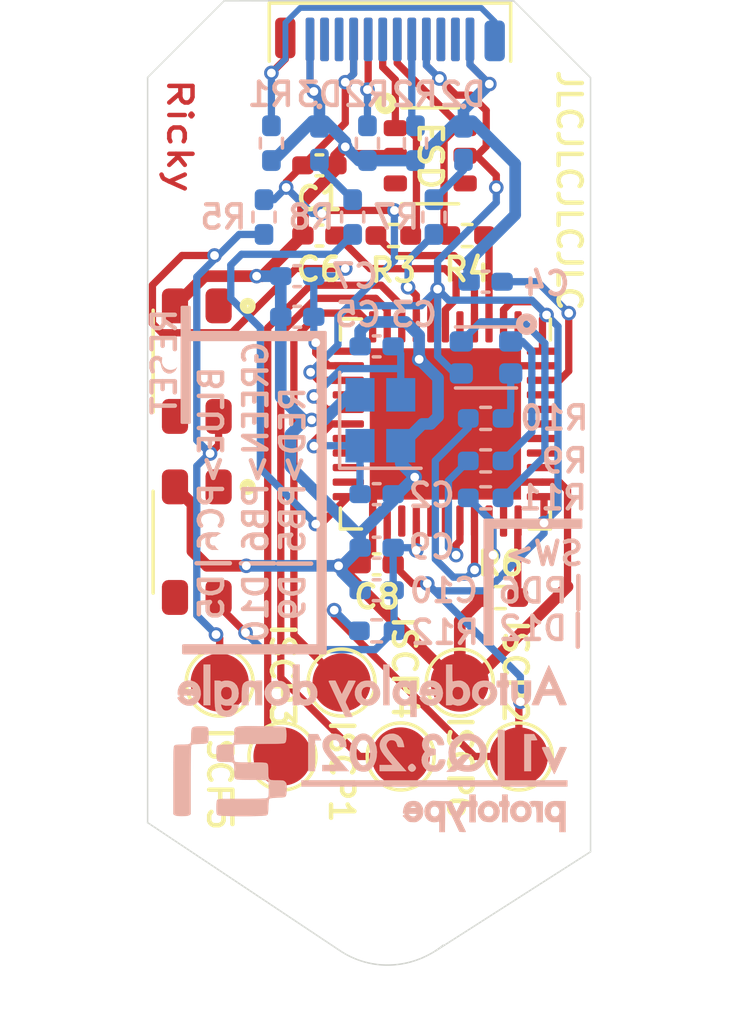
<source format=kicad_pcb>
(kicad_pcb (version 20211014) (generator pcbnew)
  (layers (0 "F.Cu" signal) (31 "B.Cu" signal) (34 "B.Paste" user) (35 "F.Paste" user) (36 "B.SilkS" user "B.Silkscreen") (37 "F.SilkS" user "F.Silkscreen") (38 "B.Mask" user) (39 "F.Mask" user) (44 "Edge.Cuts" user))
  (net 0 "")
  (net 1 "GND")
  (net 2 "VBUS")
  (net 3 "Net-(C2-Pad1)")
  (net 4 "Net-(C3-Pad1)")
  (net 5 "Net-(C4-Pad1)")
  (net 6 "RESET")
  (net 7 "Net-(C6-Pad1)")
  (net 9 "D-")
  (net 10 "D+")
  (net 11 "Net-(D2-Pad2)")
  (net 12 "Net-(D3-Pad2)")
  (net 13 "Net-(D4-Pad4)")
  (net 14 "Net-(D4-Pad2)")
  (net 15 "Net-(D4-Pad1)")
  (net 16 "MISO")
  (net 17 "SCK")
  (net 18 "MOSI")
  (net 19 "Net-(J1-PadB8)")
  (net 20 "Net-(J1-PadB6)")
  (net 21 "Net-(J1-PadB7)")
  (net 22 "Net-(J1-PadB5)")
  (net 23 "Net-(J1-PadA8)")
  (net 24 "Net-(J1-PadA5)")
  (net 25 "Net-(J1-PadS1)")
  (net 26 "Net-(R4-Pad1)")
  (net 27 "Net-(R7-Pad2)")
  (net 28 "Net-(R8-Pad2)")
  (net 29 "Net-(R9-Pad2)")
  (net 30 "Net-(R10-Pad2)")
  (net 31 "Net-(R11-Pad2)")
  (net 33 "Net-(C10-Pad2)")
  (net 34 "Net-(R3-Pad1)")
  (net 35 "Net-(R6-Pad2)")
  (footprint "Capacitor_SMD:C_0402_1005Metric_Pad0.74x0.62mm_HandSolder" (layer "F.Cu") (at 177.1904 84.0232)
    (fp_text reference "C1")
    (fp_text value "10uF")
  )
  (footprint "Capacitor_SMD:C_0402_1005Metric_Pad0.74x0.62mm_HandSolder" (layer "F.Cu") (at 177.1904 86.4362 180)
    (fp_text reference "C6")
    (fp_text value "1uF")
  )
  (footprint "Capacitor_SMD:C_0402_1005Metric_Pad0.74x0.62mm_HandSolder" (layer "F.Cu") (at 179.1589 97.7392 180)
    (fp_text reference "C8")
    (fp_text value "1uF")
  )
  (footprint "_chips:IP4220CZ6" (layer "F.Cu") (at 181.0004 83.6952)
    (fp_text reference "D1" hide)
    (fp_text value "IP4220CZ6")
  )
  (footprint "_kicad_selfmadeStandartFootprint:Pad_test" (layer "F.Cu") (at 177.9524 101.8032)
    (fp_text reference "ISCP1")
    (fp_text value "test_pad_circle2mm")
  )
  (footprint "_kicad_selfmadeStandartFootprint:Pad_test" (layer "F.Cu") (at 184.0484 104.3432)
    (fp_text reference "ISCP2")
    (fp_text value "test_pad_circle2mm")
  )
  (footprint "_kicad_selfmadeStandartFootprint:Pad_test" (layer "F.Cu") (at 175.9204 104.3432)
    (fp_text reference "ISCP3")
    (fp_text value "test_pad_circle2mm")
  )
  (footprint "_kicad_selfmadeStandartFootprint:Pad_test" (layer "F.Cu") (at 179.9844 104.3432)
    (fp_text reference "ISCP4")
    (fp_text value "test_pad_circle2mm")
  )
  (footprint "_kicad_selfmadeStandartFootprint:Pad_test" (layer "F.Cu") (at 173.7614 101.8032)
    (fp_text reference "ISCP5")
    (fp_text value "test_pad_circle2mm")
  )
  (footprint "_kicad_selfmadeStandartFootprint:Pad_test" (layer "F.Cu") (at 182.0164 101.8032)
    (fp_text reference "ISCP6")
    (fp_text value "test_pad_circle2mm")
  )
  (footprint "_usb:USB_C_U261-24XN-4BS60" (layer "F.Cu") (at 179.6164 79.6952)
    (fp_text reference "J1" hide)
    (fp_text value "USB_C_Receptacle_USB2.0")
  )
  (footprint "Resistor_SMD:R_0402_1005Metric_Pad0.72x0.64mm_HandSolder" (layer "F.Cu") (at 179.7304 86.4362)
    (fp_text reference "R3")
    (fp_text value "22")
  )
  (footprint "Resistor_SMD:R_0402_1005Metric_Pad0.72x0.64mm_HandSolder" (layer "F.Cu") (at 182.2704 86.4362 180)
    (fp_text reference "R4")
    (fp_text value "22")
  )
  (footprint "Resistor_SMD:R_0402_1005Metric_Pad0.72x0.64mm_HandSolder" (layer "F.Cu") (at 183.4134 98.8822)
    (fp_text reference "R6")
    (fp_text value "10K")
  )
  (footprint "_buttons:TacSW_KLS7-TS5401" (layer "F.Cu") (at 172.974 90.7542 -90)
    (fp_text reference "SW1" hide)
    (fp_text value "RESET_SW")
  )
  (footprint "_buttons:TacSW_KLS7-TS5401" (layer "F.Cu") (at 172.974 96.9772 -90)
    (fp_text reference "SW2" hide)
    (fp_text value "USER_SW")
  )
  (footprint "Package_DFN_QFN:QFN-44-1EP_7x7mm_P0.5mm_EP5.2x5.2mm" (layer "F.Cu") (at 181.5214 92.9132 -90)
    (fp_text reference "U1" hide)
    (fp_text value "ATmega32U4-MU")
  )
  (footprint "MountingHole:MountingHole_3.2mm_M3" (layer "F.Cu") (at 179.5272 108.5088)
    (fp_text reference "REF**" hide)
    (fp_text value "MountingHole_3.2mm_M3")
  )
  (footprint "Capacitor_SMD:C_0402_1005Metric_Pad0.74x0.62mm_HandSolder" (layer "B.Cu") (at 179.1589 95.3262)
    (fp_text reference "C2")
    (fp_text value "14pF")
  )
  (footprint "Capacitor_SMD:C_0402_1005Metric_Pad0.74x0.62mm_HandSolder" (layer "B.Cu") (at 179.1589 90.2462 180)
    (fp_text reference "C3")
    (fp_text value "14pF")
  )
  (footprint "Capacitor_SMD:C_0402_1005Metric_Pad0.74x0.62mm_HandSolder" (layer "B.Cu") (at 182.9054 88.0237 180)
    (fp_text reference "C4")
    (fp_text value "100n")
  )
  (footprint "Capacitor_SMD:C_0402_1005Metric_Pad0.74x0.62mm_HandSolder" (layer "B.Cu") (at 176.4284 89.2302)
    (fp_text reference "C5")
    (fp_text value "100n")
  )
  (footprint "Capacitor_SMD:C_0402_1005Metric_Pad0.74x0.62mm_HandSolder" (layer "B.Cu") (at 176.4284 87.8332)
    (fp_text reference "C7")
    (fp_text value "100n")
  )
  (footprint "Capacitor_SMD:C_0402_1005Metric_Pad0.74x0.62mm_HandSolder" (layer "B.Cu") (at 179.1589 97.1677)
    (fp_text reference "C9")
    (fp_text value "100n")
  )
  (footprint "Capacitor_SMD:C_0402_1005Metric_Pad0.74x0.62mm_HandSolder" (layer "B.Cu") (at 179.1589 98.6282)
    (fp_text reference "C10")
    (fp_text value "100n")
  )
  (footprint "LED_SMD:LED_0402_1005Metric_Pad0.77x0.64mm_HandSolder" (layer "B.Cu") (at 182.1434 83.2612 -90)
    (fp_text reference "D2")
    (fp_text value "RXLED")
  )
  (footprint "LED_SMD:LED_0402_1005Metric_Pad0.77x0.64mm_HandSolder" (layer "B.Cu") (at 177.1904 83.2612 -90)
    (fp_text reference "D3")
    (fp_text value "TXLED")
  )
  (footprint "_led:LED_RGB_FM-B2020RGBA-HG" (layer "B.Cu") (at 182.9184 90.6272)
    (fp_text reference "D4" hide)
    (fp_text value "LED_RBAG")
  )
  (footprint "Resistor_SMD:R_0402_1005Metric_Pad0.72x0.64mm_HandSolder" (layer "B.Cu") (at 175.5394 83.2612 90)
    (fp_text reference "R1")
    (fp_text value "1M")
  )
  (footprint "Resistor_SMD:R_0402_1005Metric_Pad0.72x0.64mm_HandSolder" (layer "B.Cu") (at 180.4924 83.2612 -90)
    (fp_text reference "R2")
    (fp_text value "5K1")
  )
  (footprint "Resistor_SMD:R_0402_1005Metric_Pad0.72x0.64mm_HandSolder" (layer "B.Cu") (at 178.8414 83.2612 -90)
    (fp_text reference "R2")
    (fp_text value "5K1")
  )
  (footprint "Resistor_SMD:R_0402_1005Metric_Pad0.72x0.64mm_HandSolder" (layer "B.Cu") (at 175.2854 85.8012 -90)
    (fp_text reference "R5")
    (fp_text value "10K")
  )
  (footprint "Resistor_SMD:R_0402_1005Metric_Pad0.72x0.64mm_HandSolder" (layer "B.Cu") (at 181.1274 85.8012 -90)
    (fp_text reference "R7")
    (fp_text value "1K")
  )
  (footprint "Resistor_SMD:R_0402_1005Metric_Pad0.72x0.64mm_HandSolder" (layer "B.Cu") (at 178.3334 85.8012 -90)
    (fp_text reference "R8")
    (fp_text value "1K")
  )
  (footprint "Resistor_SMD:R_0402_1005Metric_Pad0.72x0.64mm_HandSolder" (layer "B.Cu") (at 182.9054 94.1832 180)
    (fp_text reference "R9")
    (fp_text value "1K")
  )
  (footprint "Resistor_SMD:R_0402_1005Metric_Pad0.72x0.64mm_HandSolder" (layer "B.Cu") (at 182.9054 92.7227 180)
    (fp_text reference "R10")
    (fp_text value "1K")
  )
  (footprint "Resistor_SMD:R_0402_1005Metric_Pad0.72x0.64mm_HandSolder" (layer "B.Cu") (at 182.9054 95.4532 180)
    (fp_text reference "R11")
    (fp_text value "1K")
  )
  (footprint "Resistor_SMD:R_0402_1005Metric_Pad0.72x0.64mm_HandSolder" (layer "B.Cu") (at 179.1589 100.0252)
    (fp_text reference "R12")
    (fp_text value "10K")
  )
  (footprint "Crystal:Crystal_SMD_2520-4Pin_2.5x2.0mm" (layer "B.Cu") (at 179.2859 92.7862 90)
    (fp_text reference "Y1" hide)
    (fp_text value "Crystal_GND24_Small")
  )
  (footprint "Bocal_HIDKey:Bocal_HIDKey_Graphic" (layer "B.Cu") (at 178.943 104.0638 180)
    (fp_text reference "G***" hide)
    (fp_text value "LOGO" hide)
  )
  (gr_poly (pts (xy 186.182 96.4692) (xy 183.134 96.4692) (xy 183.134 100.4824) (xy 182.88 100.4824) (xy 182.88 96.2152) (xy 186.182 96.2152)) (layer "B.SilkS") (width 0.1) (fill solid))
  (gr_poly (pts (xy 172.72 92.8624) (xy 172.466 92.8624) (xy 172.466 88.9) (xy 172.72 88.9)) (layer "B.SilkS") (width 0.1) (fill solid))
  (gr_poly (pts (xy 177.3936 100.7872) (xy 172.5168 100.7872) (xy 172.5168 100.5332) (xy 177.1396 100.5332) (xy 177.1396 90.0176) (xy 172.5168 90.0176) (xy 172.5168 89.7636) (xy 177.3936 89.7636)) (layer "B.SilkS") (width 0.1) (fill solid))
  (gr_curve (pts (xy 181.1743 111.0319) (xy 181.1743 111.0319) (xy 186.5122 107.6198) (xy 186.5122 107.6198)) (layer "Edge.Cuts") (width 0.05))
  (gr_curve (pts (xy 183.8739 78.372901) (xy 183.8739 78.372901) (xy 173.919 78.365) (xy 173.919 78.365)) (layer "Edge.Cuts") (width 0.05))
  (gr_curve (pts (xy 186.5122 107.6198) (xy 186.5122 107.6198) (xy 186.5122 81.011201) (xy 186.5122 81.011201)) (layer "Edge.Cuts") (width 0.05))
  (gr_curve (pts (xy 177.851 110.9886) (xy 179.0067 111.7856) (xy 180.4565 111.6321) (xy 181.4469 110.8327)) (layer "Edge.Cuts") (width 0.05))
  (gr_curve (pts (xy 171.282801 106.6176) (xy 171.282801 106.6176) (xy 177.851 110.9886) (xy 177.851 110.9886)) (layer "Edge.Cuts") (width 0.05))
  (gr_curve (pts (xy 173.919 78.365) (xy 173.919 78.365) (xy 171.282801 81.0012) (xy 171.282801 81.0012)) (layer "Edge.Cuts") (width 0.05))
  (gr_curve (pts (xy 181.4469 110.8327) (xy 181.36 110.904) (xy 181.269 110.9706) (xy 181.1743 111.0319)) (layer "Edge.Cuts") (width 0.05))
  (gr_curve (pts (xy 186.5122 81.011201) (xy 186.5122 81.011201) (xy 183.8739 78.372901) (xy 183.8739 78.372901)) (layer "Edge.Cuts") (width 0.05))
  (gr_curve (pts (xy 171.282801 81.0012) (xy 171.282801 81.0012) (xy 171.282801 106.6176) (xy 171.282801 106.6176)) (layer "Edge.Cuts") (width 0.05))
  (gr_text "Ricky" (at 172.3898 83.0072 270) (layer "F.Cu") (effects (font (size 0.8 1) (thickness 0.153))))
  (gr_text "RED>PB5|D9" (at 176.276 95.6564 90) (layer "B.SilkS") (effects (font (size 0.8 0.8) (thickness 0.153)) (justify mirror)))
  (gr_text "BLUE>PC6|D5\n" (at 173.482 95.3008 90) (layer "B.SilkS") (effects (font (size 0.8 0.8) (thickness 0.153)) (justify mirror)))
  (gr_text "RESET" (at 171.8564 90.7796 90) (layer "B.SilkS") (effects (font (size 0.8 0.8) (thickness 0.153)) (justify mirror)))
  (gr_text "GREEN>PB6|D10" (at 175.006 95.25 90) (layer "B.SilkS") (effects (font (size 0.8 0.8) (thickness 0.153)) (justify mirror)))
  (gr_text "SW>\n|PD6\n|D12" (at 184.912 98.6536) (layer "B.SilkS") (effects (font (size 0.8 0.8) (thickness 0.153)) (justify mirror)))
  (gr_text "JLCJLCJLCJLC" (at 185.7756 84.8868 270) (layer "F.SilkS") (effects (font (size 0.8 0.8) (thickness 0.153))))
  (segment (start 178.1839 91.9132) (end 180.5214 91.9132) (width 0.25) (layer "F.Cu") (net 1))
  (segment (start 179.3969 91.9132) (end 180.6194 90.6907) (width 0.4) (layer "F.Cu") (net 1))
  (segment (start 185.444422 94.9132) (end 185.72141 95.190188) (width 0.25) (layer "F.Cu") (net 1))
  (segment (start 176.6229 86.4362) (end 175.2259 87.8332) (width 0.4) (layer "F.Cu") (net 1))
  (segment (start 175.2259 87.8332) (end 175.0314 87.8332) (width 0.4) (layer "F.Cu") (net 1))
  (segment (start 182.4228 101.8032) (end 182.0164 101.8032) (width 0.4) (layer "F.Cu") (net 1))
  (segment (start 179.0214 97.3092) (end 178.5914 97.7392) (width 0.25) (layer "F.Cu") (net 1))
  (segment (start 173.325858 97.79) (end 172.823521 97.287663) (width 0.4) (layer "F.Cu") (net 1))
  (segment (start 182.0214 92.4132) (end 181.5214 92.9132) (width 0.4) (layer "F.Cu") (net 1))
  (segment (start 181.864 101.8032) (end 182.0164 101.8032) (width 0.4) (layer "F.Cu") (net 1))
  (segment (start 183.5214 90.9132) (end 181.5214 92.9132) (width 0.25) (layer "F.Cu") (net 1))
  (segment (start 179.04641 95.38819) (end 181.5214 92.9132) (width 0.25) (layer "F.Cu") (net 1))
  (segment (start 177.8508 97.79) (end 178.5406 97.79) (width 0.4) (layer "F.Cu") (net 1))
  (segment (start 172.823521 97.287663) (end 172.823521 95.676721) (width 0.4) (layer "F.Cu") (net 1))
  (segment (start 177.7579 84.0232) (end 177.7579 84.1669) (width 0.25) (layer "F.Cu") (net 1))
  (segment (start 172.224 88.8542) (end 173.245 87.8332) (width 0.4) (layer "F.Cu") (net 1))
  (segment (start 182.0214 89.5757) (end 182.0214 92.4132) (width 0.25) (layer "F.Cu") (net 1))
  (segment (start 177.7579 84.0232) (end 177.7579 83.709706) (width 0.4) (layer "F.Cu") (net 1))
  (segment (start 176.6229 85.3019) (end 177.292 84.6328) (width 0.4) (layer "F.Cu") (net 1))
  (segment (start 177.7579 84.1669) (end 177.292 84.6328) (width 0.4) (layer "F.Cu") (net 1))
  (segment (start 178.5406 97.79) (end 178.5914 97.7392) (width 0.4) (layer "F.Cu") (net 1))
  (segment (start 182.3664 80.5632) (end 183.0324 81.2292) (width 0.25) (layer "F.Cu") (net 1))
  (segment (start 178.1839 91.9132) (end 179.3969 91.9132) (width 0.25) (layer "F.Cu") (net 1))
  (segment (start 184.8589 94.9132) (end 185.444422 94.9132) (width 0.25) (layer "F.Cu") (net 1))
  (segment (start 180.5214 91.9132) (end 181.5214 92.9132) (width 0.4) (layer "F.Cu") (net 1))
  (segment (start 176.8664 79.6952) (end 176.8664 81.3497) (width 0.25) (layer "F.Cu") (net 1))
  (segment (start 176.8664 81.3497) (end 176.9999 81.4832) (width 0.25) (layer "F.Cu") (net 1))
  (segment (start 179.0214 96.2507) (end 179.0214 95.661222) (width 0.25) (layer "F.Cu") (net 1))
  (segment (start 185.72141 95.190188) (end 185.72141 98.50459) (width 0.25) (layer "F.Cu") (net 1))
  (segment (start 176.6229 86.4362) (end 176.6229 85.3019) (width 0.4) (layer "F.Cu") (net 1))
  (segment (start 184.8589 94.9132) (end 183.5214 94.9132) (width 0.25) (layer "F.Cu") (net 1))
  (segment (start 182.0164 99.6817) (end 182.8159 98.8822) (width 0.4) (layer "F.Cu") (net 1))
  (segment (start 173.245 87.8332) (end 175.0314 87.8332) (width 0.4) (layer "F.Cu") (net 1))
  (segment (start 184.8589 90.9132) (end 183.5214 90.9132) (width 0.25) (layer "F.Cu") (net 1))
  (segment (start 172.823521 95.676721) (end 172.224 95.0772) (width 0.4) (layer "F.Cu") (net 1))
  (segment (start 174.675798 97.79) (end 173.325858 97.79) (width 0.4) (layer "F.Cu") (net 1))
  (segment (start 182.0164 101.8032) (end 182.0164 99.6817) (width 0.4) (layer "F.Cu") (net 1))
  (segment (start 179.8004 83.6952) (end 178.386394 83.6952) (width 0.4) (layer "F.Cu") (net 1))
  (segment (start 178.386394 83.6952) (end 178.0794 83.388206) (width 0.4) (layer "F.Cu") (net 1))
  (segment (start 183.5214 94.9132) (end 181.5214 92.9132) (width 0.4) (layer "F.Cu") (net 1))
  (segment (start 185.72141 98.50459) (end 182.4228 101.8032) (width 0.4) (layer "F.Cu") (net 1))
  (segment (start 177.7579 83.709706) (end 178.0794 83.388206) (width 0.4) (layer "F.Cu") (net 1))
  (segment (start 179.0214 96.2507) (end 179.0214 97.3092) (width 0.25) (layer "F.Cu") (net 1))
  (segment (start 179.04641 95.636212) (end 179.04641 95.38819) (width 0.25) (layer "F.Cu") (net 1))
  (segment (start 183.47141 90.96319) (end 181.5214 92.9132) (width 0.4) (layer "F.Cu") (net 1))
  (segment (start 182.3664 79.6952) (end 182.3664 80.5632) (width 0.25) (layer "F.Cu") (net 1))
  (segment (start 177.8508 97.79) (end 181.864 101.8032) (width 0.4) (layer "F.Cu") (net 1))
  (segment (start 179.0214 95.661222) (end 179.04641 95.636212) (width 0.25) (layer "F.Cu") (net 1))
  (via (at 175.0314 87.8332) (size 0.5) (drill 0.3) (layers "F.Cu" "B.Cu") (net 1))
  (via (at 174.675798 97.79) (size 0.5) (drill 0.3) (layers "F.Cu" "B.Cu") (net 1))
  (via (at 176.9999 81.4832) (size 0.5) (drill 0.3) (layers "F.Cu" "B.Cu") (net 1))
  (via (at 183.0324 81.2292) (size 0.5) (drill 0.3) (layers "F.Cu" "B.Cu") (net 1))
  (via (at 178.0794 83.388206) (size 0.5) (drill 0.3) (layers "F.Cu" "B.Cu") (net 1))
  (via (at 180.6194 90.6907) (size 0.5) (drill 0.3) (layers "F.Cu" "B.Cu") (net 1))
  (via (at 180.467 94.742) (size 0.5) (drill 0.3) (layers "F.Cu" "B.Cu") (net 1))
  (via (at 176.924284 92.774084) (size 0.5) (drill 0.3) (layers "F.Cu" "B.Cu") (net 1))
  (via (at 177.8508 97.79) (size 0.5) (drill 0.3) (layers "F.Cu" "B.Cu") (net 1))
  (segment (start 177.8508 97.79) (end 177.9691 97.79) (width 0.4) (layer "B.Cu") (net 1))
  (segment (start 181.9322 82.5072) (end 182.1434 82.5072) (width 0.4) (layer "B.Cu") (net 1))
  (segment (start 182.3379 87.3085) (end 183.920901 85.725499) (width 0.4) (layer "B.Cu") (net 1))
  (segment (start 178.0794 83.2104) (end 177.3762 82.5072) (width 0.4) (layer "B.Cu") (net 1))
  (segment (start 178.8414 83.8587) (end 178.549894 83.8587) (width 0.4) (layer "B.Cu") (net 1))
  (segment (start 182.1434 82.5072) (end 182.1434 82.1182) (width 0.4) (layer "B.Cu") (net 1))
  (segment (start 178.5914 96.6807) (end 179.7264 95.5457) (width 0.4) (layer "B.Cu") (net 1))
  (segment (start 177.354916 92.774084) (end 176.924284 92.774084) (width 0.4) (layer "B.Cu") (net 1))
  (segment (start 181.01538 92.9132) (end 181.26839 92.66019) (width 0.4) (layer "B.Cu") (net 1))
  (segment (start 182.3664 79.6952) (end 182.3664 80.5632) (width 0.25) (layer "B.Cu") (net 1))
  (segment (start 178.549894 83.8587) (end 178.0794 83.388206) (width 0.4) (layer "B.Cu") (net 1))
  (segment (start 175.8609 87.8332) (end 175.0314 87.8332) (width 0.4) (layer "B.Cu") (net 1))
  (segment (start 179.9859 93.6612) (end 180.7339 92.9132) (width 0.4) (layer "B.Cu") (net 1))
  (segment (start 183.920901 85.725499) (end 183.920901 83.971901) (width 0.4) (layer "B.Cu") (net 1))
  (segment (start 178.5859 91.9112) (end 178.2178 91.9112) (width 0.4) (layer "B.Cu") (net 1))
  (segment (start 178.2178 91.9112) (end 177.354916 92.774084) (width 0.4) (layer "B.Cu") (net 1))
  (segment (start 176.1998 94.3864) (end 178.562 96.7486) (width 0.4) (layer "B.Cu") (net 1))
  (segment (start 176.694516 92.774084) (end 176.1998 93.2688) (width 0.4) (layer "B.Cu") (net 1))
  (segment (start 180.6194 89.8652) (end 180.6194 90.6907) (width 0.4) (layer "B.Cu") (net 1))
  (segment (start 178.562 96.7486) (end 178.562 97.0026) (width 0.4) (layer "B.Cu") (net 1))
  (segment (start 182.3664 80.5632) (end 183.0324 81.2292) (width 0.25) (layer "B.Cu") (net 1))
  (segment (start 175.6023 83.8587) (end 176.9538 82.5072) (width 0.4) (layer "B.Cu") (net 1))
  (segment (start 176.8664 81.3497) (end 176.9999 81.4832) (width 0.25) (layer "B.Cu") (net 1))
  (segment (start 175.8609 87.8332) (end 175.8609 89.2302) (width 0.4) (layer "B.Cu") (net 1))
  (segment (start 177.9691 97.79) (end 177.9691 98.0059) (width 0.4) (layer "B.Cu") (net 1))
  (segment (start 181.26839 91.33969) (end 180.6194 90.6907) (width 0.4) (layer "B.Cu") (net 1))
  (segment (start 180.4924 83.8587) (end 180.5807 83.8587) (width 0.4) (layer "B.Cu") (net 1))
  (segment (start 175.8609 89.2302) (end 175.8609 91.9901) (width 0.4) (layer "B.Cu") (net 1))
  (segment (start 176.9999 81.4959) (end 177.1904 81.6864) (width 0.4) (layer "B.Cu") (net 1))
  (segment (start 176.9538 82.5072) (end 177.1904 82.5072) (width 0.4) (layer "B.Cu") (net 1))
  (segment (start 180.467 94.742) (end 179.9859 94.2609) (width 0.4) (layer "B.Cu") (net 1))
  (segment (start 180.7339 92.9132) (end 181.01538 92.9132) (width 0.4) (layer "B.Cu") (net 1))
  (segment (start 175.8609 91.9901) (end 176.644884 92.774084) (width 0.4) (layer "B.Cu") (net 1))
  (segment (start 176.644884 92.774084) (end 176.924284 92.774084) (width 0.4) (layer "B.Cu") (net 1))
  (segment (start 179.8828 95.3262) (end 180.467 94.742) (width 0.4) (layer "B.Cu") (net 1))
  (segment (start 175.5394 83.8587) (end 175.6023 83.8587) (width 0.4) (layer "B.Cu") (net 1))
  (segment (start 180.5807 83.8587) (end 181.9322 82.5072) (width 0.4) (layer "B.Cu") (net 1))
  (segment (start 176.924284 92.774084) (end 176.694516 92.774084) (width 0.4) (layer "B.Cu") (net 1))
  (segment (start 183.920901 83.971901) (end 182.4562 82.5072) (width 0.4) (layer "B.Cu") (net 1))
  (segment (start 178.5914 89.7088) (end 178.8922 89.408) (width 0.4) (layer "B.Cu") (net 1))
  (segment (start 181.26839 92.66019) (end 181.26839 91.33969) (width 0.4) (layer "B.Cu") (net 1))
  (segment (start 182.4562 82.5072) (end 182.1434 82.5072) (width 0.4) (layer "B.Cu") (net 1))
  (segment (start 182.1434 82.1182) (end 183.0324 81.2292) (width 0.4) (layer "B.Cu") (net 1))
  (segment (start 179.7264 95.5457) (end 179.7264 95.3262) (width 0.4) (layer "B.Cu") (net 1))
  (segment (start 179.9859 94.2609) (end 179.9859 93.6612) (width 0.4) (layer "B.Cu") (net 1))
  (segment (start 178.8922 89.408) (end 180.1622 89.408) (width 0.4) (layer "B.Cu") (net 1))
  (segment (start 177.1904 81.6864) (end 177.1904 82.5072) (width 0.4) (layer "B.Cu") (net 1))
  (segment (start 176.8664 79.6952) (end 176.8664 81.3497) (width 0.25) (layer "B.Cu") (net 1))
  (segment (start 182.3379 88.0237) (end 182.3379 87.3085) (width 0.4) (layer "B.Cu") (net 1))
  (segment (start 180.1622 89.408) (end 180.6194 89.8652) (width 0.4) (layer "B.Cu") (net 1))
  (segment (start 179.7264 95.3262) (end 179.8828 95.3262) (width 0.4) (layer "B.Cu") (net 1))
  (segment (start 177.8508 97.79) (end 174.675798 97.79) (width 0.4) (layer "B.Cu") (net 1))
  (segment (start 177.3762 82.5072) (end 177.1904 82.5072) (width 0.4) (layer "B.Cu") (net 1))
  (segment (start 180.4924 83.8587) (end 178.8414 83.8587) (width 0.4) (layer "B.Cu") (net 1))
  (segment (start 178.0794 83.388206) (end 178.0794 83.2104) (width 0.4) (layer "B.Cu") (net 1))
  (segment (start 177.9691 98.0059) (end 178.5914 98.6282) (width 0.4) (layer "B.Cu") (net 1))
  (segment (start 176.9999 81.4832) (end 176.9999 81.4959) (width 0.4) (layer "B.Cu") (net 1))
  (segment (start 178.5914 90.2462) (end 178.5914 89.7088) (width 0.4) (layer "B.Cu") (net 1))
  (segment (start 177.9691 97.79) (end 178.5914 97.1677) (width 0.4) (layer "B.Cu") (net 1))
  (segment (start 178.5914 97.1677) (end 178.5914 96.6807) (width 0.4) (layer "B.Cu") (net 1))
  (segment (start 176.1998 93.2688) (end 176.1998 94.3864) (width 0.4) (layer "B.Cu") (net 1))
  (segment (start 182.2004 83.6952) (end 182.6004 83.6952) (width 0.25) (layer "F.Cu") (net 2))
  (segment (start 182.5244 104.3432) (end 184.0484 104.3432) (width 0.25) (layer "F.Cu") (net 2))
  (segment (start 178.3664 79.6952) (end 178.3664 80.8787) (width 0.25) (layer "F.Cu") (net 2))
  (segment (start 178.1839 91.4132) (end 177.165428 91.4132) (width 0.25) (layer "F.Cu") (net 2))
  (segment (start 181.8894 81.6102) (end 182.3974 81.6102) (width 0.25) (layer "F.Cu") (net 2))
  (segment (start 184.912 95.4663) (end 184.8589 95.4132) (width 0.25) (layer "F.Cu") (net 2))
  (segment (start 184.54739 88.71319) (end 185.0009 89.1667) (width 0.25) (layer "F.Cu") (net 2))
  (segment (start 183.27139 84.36619) (end 183.27139 84.7852) (width 0.25) (layer "F.Cu") (net 2))
  (segment (start 178.0794 82.5667) (end 176.6229 84.0232) (width 0.25) (layer "F.Cu") (net 2))
  (segment (start 181.2544 88.620768) (end 181.0214 88.853768) (width 0.25) (layer "F.Cu") (net 2))
  (segment (start 182.92541 82.13821) (end 182.92541 83.37019) (width 0.25) (layer "F.Cu") (net 2))
  (segment (start 184.0484 102.5144) (end 184.0992 102.4636) (width 0.25) (layer "F.Cu") (net 2))
  (segment (start 183.5214 88.990178) (end 183.798388 88.71319) (width 0.25) (layer "F.Cu") (net 2))
  (segment (start 184.8589 89.3087) (end 185.0009 89.1667) (width 0.25) (layer "F.Cu") (net 2))
  (segment (start 181.0214 88.853768) (end 181.0214 89.5757) (width 0.25) (layer "F.Cu") (net 2))
  (segment (start 177.165428 91.4132) (end 176.887432 91.135204) (width 0.25) (layer "F.Cu") (net 2))
  (segment (start 176.0474 84.5987) (end 176.0474 84.7852) (width 0.25) (layer "F.Cu") (net 2))
  (segment (start 177.6984 99.5172) (end 182.5244 104.3432) (width 0.25) (layer "F.Cu") (net 2))
  (segment (start 180.3868 98.3996) (end 179.7264 97.7392) (width 0.25) (layer "F.Cu") (net 2))
  (segment (start 183.5214 89.5757) (end 183.5214 88.990178) (width 0.25) (layer "F.Cu") (net 2))
  (segment (start 179.7264 97.7392) (end 179.5214 97.5342) (width 0.25) (layer "F.Cu") (net 2))
  (segment (start 180.8664 80.5872) (end 181.3179 81.0387) (width 0.25) (layer "F.Cu") (net 2))
  (segment (start 178.3664 80.8787) (end 178.0794 81.1657) (width 0.25) (layer "F.Cu") (net 2))
  (segment (start 178.0794 81.1657) (end 178.0794 82.5667) (width 0.25) (layer "F.Cu") (net 2))
  (segment (start 177.6984 99.314) (end 177.6984 99.5172) (width 0.25) (layer "F.Cu") (net 2))
  (segment (start 176.6229 84.0232) (end 176.0474 84.5987) (width 0.25) (layer "F.Cu") (net 2))
  (segment (start 179.5214 97.5342) (end 179.5214 96.2507) (width 0.25) (layer "F.Cu") (net 2))
  (segment (start 182.6004 83.6952) (end 183.27139 84.36619) (width 0.25) (layer "F.Cu") (net 2))
  (segment (start 184.912 96.3168) (end 184.912 95.4663) (width 0.25) (layer "F.Cu") (net 2))
  (segment (start 180.8664 79.6952) (end 180.8664 80.5872) (width 0.25) (layer "F.Cu") (net 2))
  (segment (start 179.7685 85.5726) (end 177.37451 85.5726) (width 0.25) (layer "F.Cu") (net 2))
  (segment (start 182.92541 83.37019) (end 182.6004 83.6952) (width 0.25) (layer "F.Cu") (net 2))
  (segment (start 177.37451 85.5726) (end 177.27291 85.6742) (width 0.25) (layer "F.Cu") (net 2))
  (segment (start 181.2544 88.2777) (end 181.2544 88.620768) (width 0.25) (layer "F.Cu") (net 2))
  (segment (start 181.3179 81.0387) (end 181.8894 81.6102) (width 0.25) (layer "F.Cu") (net 2))
  (segment (start 182.3974 81.6102) (end 182.92541 82.13821) (width 0.25) (layer "F.Cu") (net 2))
  (segment (start 180.8988 98.3996) (end 180.3868 98.3996) (width 0.25) (layer "F.Cu") (net 2))
  (segment (start 184.8589 90.4132) (end 184.8589 89.3087) (width 0.25) (layer "F.Cu") (net 2))
  (segment (start 183.798388 88.71319) (end 184.54739 88.71319) (width 0.25) (layer "F.Cu") (net 2))
  (segment (start 184.0484 104.3432) (end 184.0484 102.5144) (width 0.25) (layer "F.Cu") (net 2))
  (via (at 178.0794 81.1657) (size 0.5) (drill 0.3) (layers "F.Cu" "B.Cu") (net 2))
  (via (at 184.912 96.3168) (size 0.5) (drill 0.3) (layers "F.Cu" "B.Cu") (net 2))
  (via (at 185.0009 89.1667) (size 0.5) (drill 0.3) (layers "F.Cu" "B.Cu") (net 2))
  (via (at 180.8988 98.3996) (size 0.5) (drill 0.3) (layers "F.Cu" "B.Cu") (net 2))
  (via (at 176.0474 84.7852) (size 0.5) (drill 0.3) (layers "F.Cu" "B.Cu") (net 2))
  (via (at 179.7685 85.5726) (size 0.5) (drill 0.3) (layers "F.Cu" "B.Cu") (net 2))
  (via (at 184.0992 102.4636) (size 0.5) (drill 0.3) (layers "F.Cu" "B.Cu") (net 2))
  (via (at 176.887432 91.135204) (size 0.5) (drill 0.3) (layers "F.Cu" "B.Cu") (net 2))
  (via (at 181.3179 81.0387) (size 0.5) (drill 0.3) (layers "F.Cu" "B.Cu") (net 2))
  (via (at 183.27139 84.7852) (size 0.5) (drill 0.3) (layers "F.Cu" "B.Cu") (net 2))
  (via (at 177.6984 99.314) (size 0.5) (drill 0.3) (layers "F.Cu" "B.Cu") (net 2))
  (via (at 177.27291 85.6742) (size 0.5) (drill 0.3) (layers "F.Cu" "B.Cu") (net 2))
  (via (at 181.2544 88.2777) (size 0.5) (drill 0.3) (layers "F.Cu" "B.Cu") (net 2))
  (segment (start 185.393429 89.559229) (end 185.393429 95.835371) (width 0.25) (layer "B.Cu") (net 2))
  (segment (start 176.0474 84.7852) (end 176.9364 85.6742) (width 0.25) (layer "B.Cu") (net 2))
  (segment (start 184.0992 101.6) (end 180.8988 98.3996) (width 0.25) (layer "B.Cu") (net 2))
  (segment (start 180.8988 98.3996) (end 181.148799 98.649599) (width 0.25) (layer "B.Cu") (net 2))
  (segment (start 176.9364 85.6742) (end 177.27291 85.6742) (width 0.25) (layer "B.Cu") (net 2))
  (segment (start 184.0992 102.4636) (end 184.0992 101.6) (width 0.25) (layer "B.Cu") (net 2))
  (segment (start 180.6829 88.8492) (end 178.2064 88.8492) (width 0.25) (layer "B.Cu") (net 2))
  (segment (start 184.49291 88.65871) (end 185.0009 89.1667) (width 0.25) (layer "B.Cu") (net 2))
  (segment (start 178.3664 80.8787) (end 178.0794 81.1657) (width 0.25) (layer "B.Cu") (net 2))
  (segment (start 178.4096 100.0252) (end 177.6984 99.314) (width 0.25) (layer "B.Cu") (net 2))
  (segment (start 181.848376 91.1772) (end 182.0684 91.1772) (width 0.25) (layer "B.Cu") (net 2))
  (segment (start 179.7685 85.5726) (end 179.7685 87.2871) (width 0.25) (layer "B.Cu") (net 2))
  (segment (start 180.8664 79.6952) (end 180.8664 80.5872) (width 0.25) (layer "B.Cu") (net 2))
  (segment (start 182.932754 98.649599) (end 184.912 96.670353) (width 0.25) (layer "B.Cu") (net 2))
  (segment (start 175.2854 85.2037) (end 175.6289 85.2037) (width 0.25) (layer "B.Cu") (net 2))
  (segment (start 178.5614 100.0252) (end 178.4096 100.0252) (width 0.25) (layer "B.Cu") (net 2))
  (segment (start 179.7685 87.2871) (end 178.2064 88.8492) (width 0.25) (layer "B.Cu") (net 2))
  (segment (start 185.0009 89.1667) (end 185.393429 89.559229) (width 0.25) (layer "B.Cu") (net 2))
  (segment (start 177.8254 89.2302) (end 177.8254 90.197236) (width 0.25) (layer "B.Cu") (net 2))
  (segment (start 181.2544 88.2777) (end 180.6829 88.8492) (width 0.25) (layer "B.Cu") (net 2))
  (segment (start 183.27139 85.29812) (end 183.27139 84.7852) (width 0.25) (layer "B.Cu") (net 2))
  (segment (start 178.3664 79.6952) (end 178.3664 80.8787) (width 0.25) (layer "B.Cu") (net 2))
  (segment (start 184.912 96.670353) (end 184.912 96.3168) (width 0.25) (layer "B.Cu") (net 2))
  (segment (start 177.8254 90.197236) (end 176.887432 91.135204) (width 0.25) (layer "B.Cu") (net 2))
  (segment (start 178.2064 88.8492) (end 177.8254 89.2302) (width 0.25) (layer "B.Cu") (net 2))
  (segment (start 185.393429 95.835371) (end 184.912 96.3168) (width 0.25) (layer "B.Cu") (net 2))
  (segment (start 181.2544 88.2777) (end 181.2544 87.31511) (width 0.25) (layer "B.Cu") (net 2))
  (segment (start 175.6289 85.2037) (end 176.0474 84.7852) (width 0.25) (layer "B.Cu") (net 2))
  (segment (start 180.8664 80.5872) (end 181.3179 81.0387) (width 0.25) (layer "B.Cu") (net 2))
  (segment (start 181.2544 88.2777) (end 181.63541 88.65871) (width 0.25) (layer "B.Cu") (net 2))
  (segment (start 181.2544 88.2777) (end 181.2544 90.583224) (width 0.25) (layer "B.Cu") (net 2))
  (segment (start 181.148799 98.649599) (end 182.932754 98.649599) (width 0.25) (layer "B.Cu") (net 2))
  (segment (start 181.2544 87.31511) (end 183.27139 85.29812) (width 0.25) (layer "B.Cu") (net 2))
  (segment (start 181.63541 88.65871) (end 184.49291 88.65871) (width 0.25) (layer "B.Cu") (net 2))
  (segment (start 181.2544 90.583224) (end 181.848376 91.1772) (width 0.25) (layer "B.Cu") (net 2))
  (segment (start 176.9999 93.511678) (end 176.9999 93.675192) (width 0.25) (layer "F.Cu") (net 3))
  (segment (start 177.598378 92.9132) (end 176.9999 93.511678) (width 0.25) (layer "F.Cu") (net 3))
  (segment (start 178.1839 92.9132) (end 177.598378 92.9132) (width 0.25) (layer "F.Cu") (net 3))
  (via (at 176.9999 93.675192) (size 0.5) (drill 0.3) (layers "F.Cu" "B.Cu") (net 3))
  (segment (start 178.5859 93.6612) (end 177.013892 93.6612) (width 0.25) (layer "B.Cu") (net 3))
  (segment (start 178.5859 95.3247) (end 178.5874 95.3262) (width 0.25) (layer "B.Cu") (net 3))
  (segment (start 177.013892 93.6612) (end 176.9999 93.675192) (width 0.25) (layer "B.Cu") (net 3))
  (segment (start 178.5859 93.6612) (end 178.5859 95.3247) (width 0.25) (layer "B.Cu") (net 3))
  (segment (start 178.1839 92.4132) (end 177.443706 92.4132) (width 0.25) (layer "F.Cu") (net 4))
  (segment (start 177.443706 92.4132) (end 176.998022 91.967516) (width 0.25) (layer "F.Cu") (net 4))
  (via (at 176.998022 91.967516) (size 0.5) (drill 0.3) (layers "F.Cu" "B.Cu") (net 4))
  (segment (start 177.949407 91.011199) (end 176.998022 91.962584) (width 0.25) (layer "B.Cu") (net 4))
  (segment (start 179.910899 91.011199) (end 177.949407 91.011199) (width 0.25) (layer "B.Cu") (net 4))
  (segment (start 176.998022 91.962584) (end 176.998022 91.967516) (width 0.25) (layer "B.Cu") (net 4))
  (segment (start 179.9859 90.5017) (end 179.7304 90.2462) (width 0.25) (layer "B.Cu") (net 4))
  (segment (start 179.9859 91.9112) (end 179.9859 91.0862) (width 0.25) (layer "B.Cu") (net 4))
  (segment (start 179.9859 91.0862) (end 179.910899 91.011199) (width 0.25) (layer "B.Cu") (net 4))
  (segment (start 179.9859 91.9112) (end 179.9859 90.5017) (width 0.25) (layer "B.Cu") (net 4))
  (segment (start 184.8589 91.4132) (end 185.444422 91.4132) (width 0.25) (layer "F.Cu") (net 5))
  (segment (start 185.7629 91.094722) (end 185.7629 89.1032) (width 0.25) (layer "F.Cu") (net 5))
  (segment (start 185.444422 91.4132) (end 185.7629 91.094722) (width 0.25) (layer "F.Cu") (net 5))
  (via (at 185.7629 89.1032) (size 0.5) (drill 0.3) (layers "F.Cu" "B.Cu") (net 5))
  (segment (start 183.4729 88.0237) (end 184.6834 88.0237) (width 0.25) (layer "B.Cu") (net 5))
  (segment (start 184.6834 88.0237) (end 185.7629 89.1032) (width 0.25) (layer "B.Cu") (net 5))
  (segment (start 173.7614 100.2792) (end 173.6344 100.1522) (width 0.25) (layer "F.Cu") (net 6))
  (segment (start 177.063404 90.472761) (end 177.063404 90.1192) (width 0.25) (layer "F.Cu") (net 6))
  (segment (start 173.724 93.636402) (end 173.4312 93.929202) (width 0.25) (layer "F.Cu") (net 6))
  (segment (start 172.466 87.122) (end 173.5836 87.122) (width 0.25) (layer "F.Cu") (net 6))
  (segment (start 178.0794 87.570179) (end 176.385159 87.570179) (width 0.25) (layer "F.Cu") (net 6))
  (segment (start 171.771382 89.77872) (end 171.44948 89.456818) (width 0.25) (layer "F.Cu") (net 6))
  (segment (start 173.7614 101.8032) (end 173.7614 100.2792) (width 0.25) (layer "F.Cu") (net 6))
  (segment (start 174.176618 89.77872) (end 171.771382 89.77872) (width 0.25) (layer "F.Cu") (net 6))
  (segment (start 173.724 92.6542) (end 173.724 93.636402) (width 0.25) (layer "F.Cu") (net 6))
  (segment (start 171.44948 88.13852) (end 172.466 87.122) (width 0.25) (layer "F.Cu") (net 6))
  (segment (start 178.1839 90.9132) (end 177.503843 90.9132) (width 0.25) (layer "F.Cu") (net 6))
  (segment (start 177.503843 90.9132) (end 177.063404 90.472761) (width 0.25) (layer "F.Cu") (net 6))
  (segment (start 171.44948 89.456818) (end 171.44948 88.13852) (width 0.25) (layer "F.Cu") (net 6))
  (segment (start 176.385159 87.570179) (end 174.176618 89.77872) (width 0.25) (layer "F.Cu") (net 6))
  (via (at 173.5836 87.122) (size 0.5) (drill 0.3) (layers "F.Cu" "B.Cu") (net 6))
  (via (at 173.4312 93.929202) (size 0.5) (drill 0.3) (layers "F.Cu" "B.Cu") (net 6))
  (via (at 177.063404 90.1192) (size 0.5) (drill 0.3) (layers "F.Cu" "B.Cu") (net 6))
  (via (at 178.0794 87.570179) (size 0.5) (drill 0.3) (layers "F.Cu" "B.Cu") (net 6))
  (via (at 173.6344 100.1522) (size 0.5) (drill 0.3) (layers "F.Cu" "B.Cu") (net 6))
  (segment (start 172.974 94.361) (end 173.405798 93.929202) (width 0.25) (layer "B.Cu") (net 6))
  (segment (start 175.2854 86.3987) (end 174.4339 86.3987) (width 0.25) (layer "B.Cu") (net 6))
  (segment (start 174.4339 86.3987) (end 172.974 87.8586) (width 0.25) (layer "B.Cu") (net 6))
  (segment (start 172.974 93.472002) (end 173.4312 93.929202) (width 0.25) (layer "B.Cu") (net 6))
  (segment (start 173.405798 93.929202) (end 173.4312 93.929202) (width 0.25) (layer "B.Cu") (net 6))
  (segment (start 177.816379 87.8332) (end 178.0794 87.570179) (width 0.25) (layer "B.Cu") (net 6))
  (segment (start 176.9959 89.2302) (end 176.9959 90.051696) (width 0.25) (layer "B.Cu") (net 6))
  (segment (start 173.6344 100.1522) (end 172.974 99.4918) (width 0.25) (layer "B.Cu") (net 6))
  (segment (start 172.974 87.8586) (end 172.974 93.472002) (width 0.25) (layer "B.Cu") (net 6))
  (segment (start 176.9959 87.8332) (end 177.816379 87.8332) (width 0.25) (layer "B.Cu") (net 6))
  (segment (start 176.9959 90.051696) (end 177.063404 90.1192) (width 0.25) (layer "B.Cu") (net 6))
  (segment (start 176.9959 87.8332) (end 176.9959 89.2302) (width 0.25) (layer "B.Cu") (net 6))
  (segment (start 172.974 99.4918) (end 172.974 94.361) (width 0.25) (layer "B.Cu") (net 6))
  (segment (start 181.8894 87.9602) (end 181.504886 87.575686) (width 0.25) (layer "F.Cu") (net 7))
  (segment (start 178.935909 87.575686) (end 177.796423 86.4362) (width 0.25) (layer "F.Cu") (net 7))
  (segment (start 181.5214 88.990178) (end 181.8894 88.622178) (width 0.25) (layer "F.Cu") (net 7))
  (segment (start 177.796423 86.4362) (end 177.7579 86.4362) (width 0.25) (layer "F.Cu") (net 7))
  (segment (start 181.5214 89.5757) (end 181.5214 88.990178) (width 0.25) (layer "F.Cu") (net 7))
  (segment (start 181.8894 88.622178) (end 181.8894 87.9602) (width 0.25) (layer "F.Cu") (net 7))
  (segment (start 181.504886 87.575686) (end 178.935909 87.575686) (width 0.25) (layer "F.Cu") (net 7))
  (segment (start 181.47539 86.23869) (end 181.6729 86.4362) (width 0.25) (layer "F.Cu") (net 9))
  (segment (start 182.2004 82.7452) (end 181.8974 82.7452) (width 0.25) (layer "F.Cu") (net 9))
  (segment (start 181.47539 83.16721) (end 181.47539 86.23869) (width 0.25) (layer "F.Cu") (net 9))
  (segment (start 181.8974 82.7452) (end 181.47539 83.16721) (width 0.25) (layer "F.Cu") (net 9))
  (segment (start 182.100698 82.7452) (end 182.2004 82.7452) (width 0.25) (layer "F.Cu") (net 9))
  (segment (start 179.8664 80.510902) (end 182.100698 82.7452) (width 0.25) (layer "F.Cu") (net 9))
  (segment (start 179.8664 79.6952) (end 179.8664 80.510902) (width 0.25) (layer "F.Cu") (net 9))
  (segment (start 180.2004 82.7452) (end 180.52541 83.07021) (width 0.25) (layer "F.Cu") (net 10))
  (segment (start 179.3664 80.647313) (end 179.8004 81.081313) (width 0.25) (layer "F.Cu") (net 10))
  (segment (start 179.8004 82.7452) (end 180.2004 82.7452) (width 0.25) (layer "F.Cu") (net 10))
  (segment (start 180.52541 83.07021) (end 180.52541 86.23869) (width 0.25) (layer "F.Cu") (net 10))
  (segment (start 179.3664 79.6952) (end 179.3664 80.647313) (width 0.25) (layer "F.Cu") (net 10))
  (segment (start 179.8004 81.081313) (end 179.8004 82.7452) (width 0.25) (layer "F.Cu") (net 10))
  (segment (start 180.52541 86.23869) (end 180.3279 86.4362) (width 0.25) (layer "F.Cu") (net 10))
  (segment (start 182.1434 84.1877) (end 181.1274 85.2037) (width 0.25) (layer "B.Cu") (net 11))
  (segment (start 182.1434 83.8337) (end 182.1434 84.1877) (width 0.25) (layer "B.Cu") (net 11))
  (segment (start 177.1904 83.8337) (end 177.1904 84.0607) (width 0.25) (layer "B.Cu") (net 12))
  (segment (start 177.1904 84.0607) (end 178.3334 85.2037) (width 0.25) (layer "B.Cu") (net 12))
  (segment (start 183.7684 92.4572) (end 183.5029 92.7227) (width 0.25) (layer "B.Cu") (net 13))
  (segment (start 183.7684 91.1772) (end 183.7684 92.4572) (width 0.25) (layer "B.Cu") (net 13))
  (segment (start 182.0684 90.0772) (end 182.74341 89.40219) (width 0.25) (layer "B.Cu") (net 14))
  (segment (start 184.943419 94.012681) (end 183.5029 95.4532) (width 0.25) (layer "B.Cu") (net 14))
  (segment (start 184.943419 90.145095) (end 184.943419 94.012681) (width 0.25) (layer "B.Cu") (net 14))
  (segment (start 184.200514 89.40219) (end 184.943419 90.145095) (width 0.25) (layer "B.Cu") (net 14))
  (segment (start 182.74341 89.40219) (end 184.200514 89.40219) (width 0.25) (layer "B.Cu") (net 14))
  (segment (start 183.7684 90.0772) (end 184.1684 90.0772) (width 0.25) (layer "B.Cu") (net 15))
  (segment (start 184.49341 93.19269) (end 183.5029 94.1832) (width 0.25) (layer "B.Cu") (net 15))
  (segment (start 184.1684 90.0772) (end 184.49341 90.40221) (width 0.25) (layer "B.Cu") (net 15))
  (segment (start 184.49341 90.40221) (end 184.49341 93.19269) (width 0.25) (layer "B.Cu") (net 15))
  (segment (start 176.312422 100.163222) (end 177.9524 101.8032) (width 0.25) (layer "F.Cu") (net 16))
  (segment (start 178.5489 89.1032) (end 177.19322 89.1032) (width 0.25) (layer "F.Cu") (net 16))
  (segment (start 177.19322 89.1032) (end 176.312422 89.983998) (width 0.25) (layer "F.Cu") (net 16))
  (segment (start 179.0214 89.5757) (end 178.5489 89.1032) (width 0.25) (layer "F.Cu") (net 16))
  (segment (start 176.312422 89.983998) (end 176.312422 100.163222) (width 0.25) (layer "F.Cu") (net 16))
  (segment (start 180.0214 89.5757) (end 180.0214 88.853767) (width 0.25) (layer "F.Cu") (net 17))
  (segment (start 180.0214 88.853767) (end 179.312822 88.145189) (width 0.25) (layer "F.Cu") (net 17))
  (segment (start 175.4124 89.6112) (end 175.4124 103.8352) (width 0.25) (layer "F.Cu") (net 17))
  (segment (start 176.878411 88.145189) (end 175.4124 89.6112) (width 0.25) (layer "F.Cu") (net 17))
  (segment (start 175.4124 103.8352) (end 175.9204 104.3432) (width 0.25) (layer "F.Cu") (net 17))
  (segment (start 179.312822 88.145189) (end 176.878411 88.145189) (width 0.25) (layer "F.Cu") (net 17))
  (segment (start 179.126422 88.5952) (end 177.06481 88.5952) (width 0.25) (layer "F.Cu") (net 18))
  (segment (start 175.862411 89.797599) (end 175.862411 101.635424) (width 0.25) (layer "F.Cu") (net 18))
  (segment (start 177.06481 88.5952) (end 175.862411 89.797599) (width 0.25) (layer "F.Cu") (net 18))
  (segment (start 175.862411 101.635424) (end 178.570187 104.3432) (width 0.25) (layer "F.Cu") (net 18))
  (segment (start 178.570187 104.3432) (end 179.9844 104.3432) (width 0.25) (layer "F.Cu") (net 18))
  (segment (start 179.5214 88.990178) (end 179.126422 88.5952) (width 0.25) (layer "F.Cu") (net 18))
  (segment (start 179.5214 89.5757) (end 179.5214 88.990178) (width 0.25) (layer "F.Cu") (net 18))
  (segment (start 180.4924 82.6637) (end 180.3664 82.5377) (width 0.25) (layer "B.Cu") (net 22))
  (segment (start 180.3664 82.5377) (end 180.3664 79.6952) (width 0.25) (layer "B.Cu") (net 22))
  (segment (start 178.8664 81.3947) (end 178.8414 81.4197) (width 0.25) (layer "F.Cu") (net 24))
  (segment (start 178.8664 79.6952) (end 178.8664 81.3947) (width 0.25) (layer "F.Cu") (net 24))
  (via (at 178.8414 81.4197) (size 0.5) (drill 0.3) (layers "F.Cu" "B.Cu") (net 24))
  (segment (start 178.8414 82.6637) (end 178.8414 81.4197) (width 0.25) (layer "B.Cu") (net 24))
  (segment (start 176.0164 80.3712) (end 175.5394 80.8482) (width 0.25) (layer "F.Cu") (net 25))
  (segment (start 176.0164 79.6452) (end 176.0164 80.3712) (width 0.25) (layer "F.Cu") (net 25))
  (via (at 175.5394 80.8482) (size 0.5) (drill 0.3) (layers "F.Cu" "B.Cu") (net 25))
  (segment (start 183.2164 79.7452) (end 183.2164 79.0764) (width 0.2) (layer "B.Cu") (net 25))
  (segment (start 176.022 79.121) (end 176.022 80.3656) (width 0.2) (layer "B.Cu") (net 25))
  (segment (start 183.2164 79.0764) (end 182.753 78.613) (width 0.2) (layer "B.Cu") (net 25))
  (segment (start 175.5394 80.8482) (end 175.5394 82.6637) (width 0.25) (layer "B.Cu") (net 25))
  (segment (start 176.53 78.613) (end 176.022 79.121) (width 0.2) (layer "B.Cu") (net 25))
  (segment (start 176.022 80.3656) (end 175.5394 80.8482) (width 0.2) (layer "B.Cu") (net 25))
  (segment (start 182.753 78.613) (end 176.53 78.613) (width 0.2) (layer "B.Cu") (net 25))
  (segment (start 183.2864 79.8152) (end 183.2164 79.7452) (width 0.25) (layer "B.Cu") (net 25))
  (segment (start 183.0214 86.5897) (end 182.8679 86.4362) (width 0.25) (layer "F.Cu") (net 26))
  (segment (start 183.0214 89.5757) (end 183.0214 86.5897) (width 0.25) (layer "F.Cu") (net 26))
  (segment (start 180.5214 88.4972) (end 180.2384 88.2142) (width 0.25) (layer "F.Cu") (net 27))
  (segment (start 180.5214 89.5757) (end 180.5214 88.4972) (width 0.25) (layer "F.Cu") (net 27))
  (via (at 180.2384 88.2142) (size 0.5) (drill 0.3) (layers "F.Cu" "B.Cu") (net 27))
  (segment (start 181.1274 86.3987) (end 180.2384 87.2877) (width 0.25) (layer "B.Cu") (net 27))
  (segment (start 180.2384 87.2877) (end 180.2384 88.2142) (width 0.25) (layer "B.Cu") (net 27))
  (segment (start 177.2422 96.3549) (end 177.0634 96.3549) (width 0.25) (layer "F.Cu") (net 28))
  (segment (start 178.1839 95.4132) (end 177.2422 96.3549) (width 0.25) (layer "F.Cu") (net 28))
  (via (at 177.0634 96.3549) (size 0.5) (drill 0.3) (layers "F.Cu" "B.Cu") (net 28))
  (segment (start 177.65089 87.08121) (end 174.51339 87.08121) (width 0.25) (layer "B.Cu") (net 28))
  (segment (start 174.1424 87.4522) (end 174.1424 88.5952) (width 0.25) (layer "B.Cu") (net 28))
  (segment (start 175.159401 89.612201) (end 175.159401 94.450901) (width 0.25) (layer "B.Cu") (net 28))
  (segment (start 174.51339 87.08121) (end 174.1424 87.4522) (width 0.25) (layer "B.Cu") (net 28))
  (segment (start 178.3334 86.3987) (end 177.65089 87.08121) (width 0.25) (layer "B.Cu") (net 28))
  (segment (start 175.159401 94.450901) (end 177.0634 96.3549) (width 0.25) (layer "B.Cu") (net 28))
  (segment (start 174.1424 88.5952) (end 175.159401 89.612201) (width 0.25) (layer "B.Cu") (net 28))
  (segment (start 181.8894 97.068147) (end 181.8894 97.4217) (width 0.25) (layer "F.Cu") (net 29))
  (segment (start 182.0214 96.2507) (end 182.0214 96.936147) (width 0.25) (layer "F.Cu") (net 29))
  (segment (start 182.0214 96.936147) (end 181.8894 97.068147) (width 0.25) (layer "F.Cu") (net 29))
  (via (at 181.8894 97.4217) (size 0.5) (drill 0.3) (layers "F.Cu" "B.Cu") (net 29))
  (segment (start 181.62539 94.86571) (end 182.3079 94.1832) (width 0.25) (layer "B.Cu") (net 29))
  (segment (start 181.8894 97.4217) (end 181.62539 97.15769) (width 0.25) (layer "B.Cu") (net 29))
  (segment (start 181.62539 97.15769) (end 181.62539 94.86571) (width 0.25) (layer "B.Cu") (net 29))
  (segment (start 182.5244 97.9297) (end 182.5244 96.2537) (width 0.25) (layer "F.Cu") (net 30))
  (segment (start 182.5244 96.2537) (end 182.5214 96.2507) (width 0.25) (layer "F.Cu") (net 30))
  (via (at 182.5244 97.9297) (size 0.5) (drill 0.3) (layers "F.Cu" "B.Cu") (net 30))
  (segment (start 181.17538 94.17522) (end 182.3079 93.0427) (width 0.25) (layer "B.Cu") (net 30))
  (segment (start 182.3079 93.0427) (end 182.3079 92.7227) (width 0.25) (layer "B.Cu") (net 30))
  (segment (start 182.274401 98.179699) (end 181.796397 98.179699) (width 0.25) (layer "B.Cu") (net 30))
  (segment (start 182.5244 97.9297) (end 182.274401 98.179699) (width 0.25) (layer "B.Cu") (net 30))
  (segment (start 181.17538 97.558682) (end 181.17538 94.17522) (width 0.25) (layer "B.Cu") (net 30))
  (segment (start 181.796397 98.179699) (end 181.17538 97.558682) (width 0.25) (layer "B.Cu") (net 30))
  (segment (start 183.0214 96.2507) (end 183.0214 97.067698) (width 0.25) (layer "F.Cu") (net 31))
  (segment (start 183.1594 97.205698) (end 183.1594 97.4217) (width 0.25) (layer "F.Cu") (net 31))
  (segment (start 183.0214 97.067698) (end 183.1594 97.205698) (width 0.25) (layer "F.Cu") (net 31))
  (via (at 183.1594 97.4217) (size 0.5) (drill 0.3) (layers "F.Cu" "B.Cu") (net 31))
  (segment (start 183.1594 97.4217) (end 183.1594 96.3047) (width 0.25) (layer "B.Cu") (net 31))
  (segment (start 183.1594 96.3047) (end 182.3079 95.4532) (width 0.25) (layer "B.Cu") (net 31))
  (segment (start 173.724 98.8772) (end 173.724 99.1623) (width 0.25) (layer "F.Cu") (net 33))
  (segment (start 180.5214 97.260186) (end 180.521393 97.260193) (width 0.25) (layer "F.Cu") (net 33))
  (segment (start 173.724 99.1623) (end 174.6504 100.0887) (width 0.25) (layer "F.Cu") (net 33))
  (segment (start 180.5214 96.2507) (end 180.5214 97.260186) (width 0.25) (layer "F.Cu") (net 33))
  (via (at 180.521393 97.260193) (size 0.5) (drill 0.3) (layers "F.Cu" "B.Cu") (net 33))
  (via (at 174.6504 100.0887) (size 0.5) (drill 0.3) (layers "F.Cu" "B.Cu") (net 33))
  (segment (start 179.7564 98.6582) (end 179.7264 98.6282) (width 0.25) (layer "B.Cu") (net 33))
  (segment (start 179.7264 98.6917) (end 179.7264 97.1677) (width 0.25) (layer "B.Cu") (net 33))
  (segment (start 179.11139 100.67021) (end 179.7564 100.0252) (width 0.25) (layer "B.Cu") (net 33))
  (segment (start 180.4289 97.1677) (end 180.521393 97.260193) (width 0.25) (layer "B.Cu") (net 33))
  (segment (start 174.6504 100.0887) (end 175.23191 100.67021) (width 0.25) (layer "B.Cu") (net 33))
  (segment (start 179.7264 97.1677) (end 180.4289 97.1677) (width 0.25) (layer "B.Cu") (net 33))
  (segment (start 175.23191 100.67021) (end 179.11139 100.67021) (width 0.25) (layer "B.Cu") (net 33))
  (segment (start 179.7564 100.0252) (end 179.7564 98.6582) (width 0.25) (layer "B.Cu") (net 33))
  (segment (start 182.5214 87.8302) (end 182.5214 89.5757) (width 0.25) (layer "F.Cu") (net 34))
  (segment (start 179.1329 86.4362) (end 179.822375 87.125675) (width 0.25) (layer "F.Cu") (net 34))
  (segment (start 179.822375 87.125675) (end 181.816875 87.125675) (width 0.25) (layer "F.Cu") (net 34))
  (segment (start 181.816875 87.125675) (end 182.5214 87.8302) (width 0.25) (layer "F.Cu") (net 34))
  (segment (start 184.0109 98.8822) (end 184.0109 96.2612) (width 0.25) (layer "F.Cu") (net 35))
  (segment (start 184.0109 96.2612) (end 184.0214 96.2507) (width 0.25) (layer "F.Cu") (net 35))
)
</source>
